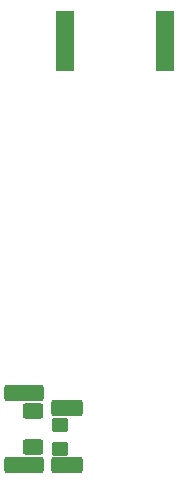
<source format=gbp>
G04 #@! TF.GenerationSoftware,KiCad,Pcbnew,9.0.6*
G04 #@! TF.CreationDate,2026-01-09T20:09:44+00:00*
G04 #@! TF.ProjectId,ExtendedRangeSupply,45787465-6e64-4656-9452-616e67655375,rev?*
G04 #@! TF.SameCoordinates,Original*
G04 #@! TF.FileFunction,Paste,Bot*
G04 #@! TF.FilePolarity,Positive*
%FSLAX46Y46*%
G04 Gerber Fmt 4.6, Leading zero omitted, Abs format (unit mm)*
G04 Created by KiCad (PCBNEW 9.0.6) date 2026-01-09 20:09:44*
%MOMM*%
%LPD*%
G01*
G04 APERTURE LIST*
G04 Aperture macros list*
%AMRoundRect*
0 Rectangle with rounded corners*
0 $1 Rounding radius*
0 $2 $3 $4 $5 $6 $7 $8 $9 X,Y pos of 4 corners*
0 Add a 4 corners polygon primitive as box body*
4,1,4,$2,$3,$4,$5,$6,$7,$8,$9,$2,$3,0*
0 Add four circle primitives for the rounded corners*
1,1,$1+$1,$2,$3*
1,1,$1+$1,$4,$5*
1,1,$1+$1,$6,$7*
1,1,$1+$1,$8,$9*
0 Add four rect primitives between the rounded corners*
20,1,$1+$1,$2,$3,$4,$5,0*
20,1,$1+$1,$4,$5,$6,$7,0*
20,1,$1+$1,$6,$7,$8,$9,0*
20,1,$1+$1,$8,$9,$2,$3,0*%
G04 Aperture macros list end*
%ADD10R,1.500000X5.080000*%
%ADD11RoundRect,0.249999X1.425001X-0.450001X1.425001X0.450001X-1.425001X0.450001X-1.425001X-0.450001X0*%
%ADD12RoundRect,0.250000X0.450000X-0.350000X0.450000X0.350000X-0.450000X0.350000X-0.450000X-0.350000X0*%
%ADD13RoundRect,0.249999X1.075001X-0.450001X1.075001X0.450001X-1.075001X0.450001X-1.075001X-0.450001X0*%
%ADD14RoundRect,0.250000X0.625000X-0.400000X0.625000X0.400000X-0.625000X0.400000X-0.625000X-0.400000X0*%
G04 APERTURE END LIST*
D10*
X127475000Y-69325000D03*
X135975000Y-69325000D03*
D11*
X124025000Y-105225000D03*
X124025000Y-99125000D03*
D12*
X127100000Y-103825000D03*
X127100000Y-101825000D03*
D13*
X127625000Y-105225000D03*
X127625000Y-100425000D03*
D14*
X124800000Y-103725000D03*
X124800000Y-100625000D03*
M02*

</source>
